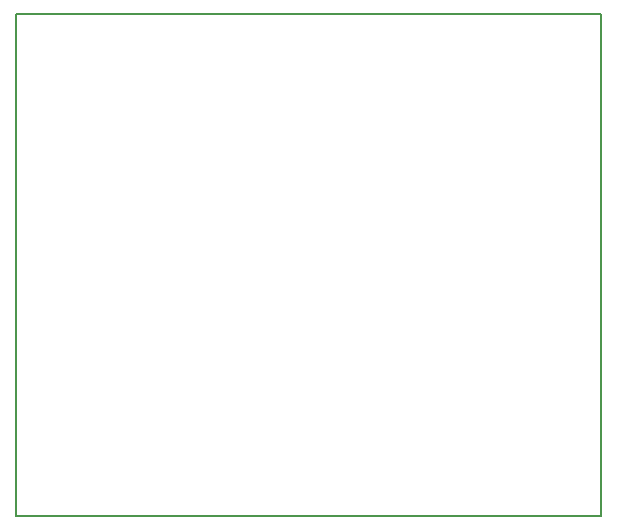
<source format=gbr>
%FSLAX46Y46*%
G04 Gerber Fmt 4.6, Leading zero omitted, Abs format (unit mm)*
G04 Created by KiCad (PCBNEW (2014-09-22 BZR 5144)-product) date Sun 26 Oct 2014 02:54:13 PM CET*
%MOMM*%
G01*
G04 APERTURE LIST*
%ADD10C,0.100000*%
%ADD11C,0.200000*%
G04 APERTURE END LIST*
D10*
D11*
X204470000Y-53975000D02*
X204470000Y-60960000D01*
X154940000Y-53975000D02*
X204470000Y-53975000D01*
X154940000Y-60960000D02*
X154940000Y-53975000D01*
X154940000Y-96520000D02*
X187960000Y-96520000D01*
X187960000Y-96520000D02*
X204470000Y-96520000D01*
X154940000Y-96520000D02*
X154940000Y-86360000D01*
X154940000Y-60960000D02*
X154940000Y-96520000D01*
X204470000Y-96520000D02*
X204470000Y-60960000D01*
M02*

</source>
